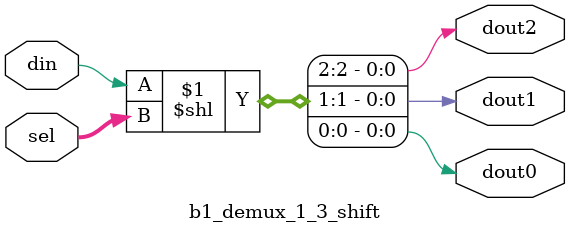
<source format=v>

module b1_demux_1_3_shift
(
    input        din,
    input  [1:0] sel,
    output       dout0,
    output       dout1,
    output       dout2 
);
    assign { dout2, dout1, dout0 } = din << sel;

endmodule

</source>
